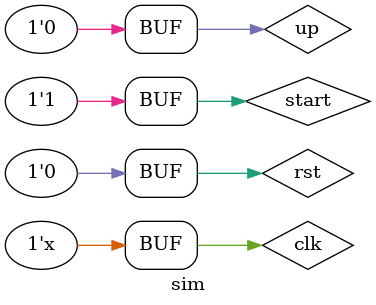
<source format=v>
`timescale 1ns / 1ps


module sim();
    reg clk;
    reg rst;
    reg start;
    reg up;
    reg left;
    reg right;
    reg down;
    
    wire vsync_r;
    wire hsync_r;
    
    
    wire [3:0] OutRed, OutGreen, OutBlue;
    
    tetris u(
        .clk(clk),
        .rst(rst),
        .start(start),
        .UP_KEY(up),
        .LEFT_KEY(left),
        .RIGHT_KEY(right),
        .DOWN_KEY(down),
        .vsync_r(vsync_r),
        .hsync_r(hsync_r),
        .OutRed(OutRed),
        .OutGreen(OutGreen),
        .OutBlue(OutBlue)
    );
    
    initial
    begin
        #0 clk = 0;
        #0 rst = 0;
        #25 rst = 1;
        #10 rst = 0;
        #3 start = 1;
        #100 up = 1;
        #25 up =0;
    end
    
    always #5 clk = ~clk;
    
endmodule

</source>
